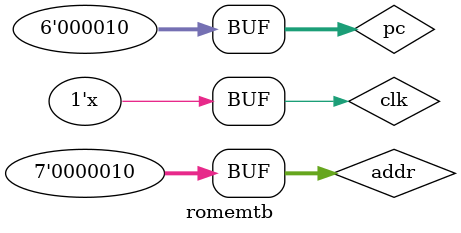
<source format=sv>
`timescale 1 ns / 1 ns
module romemtb();

logic clk;
logic [6:0] addr;
logic [5:0] pc;
logic [31:0] data;
logic [31:0] instr;

EM DUT(addr, clk, data);
Rom DUT2(pc, clk, instr);

initial begin

clk = 1;
addr = 6'd0;
pc = 5'd0;
#10;
addr = 6'd1;
pc = 5'd1;
#10;
addr = 6'd2;
pc = 5'd2;
#10;

end

always 
	#5 clk = !clk;

endmodule 
</source>
